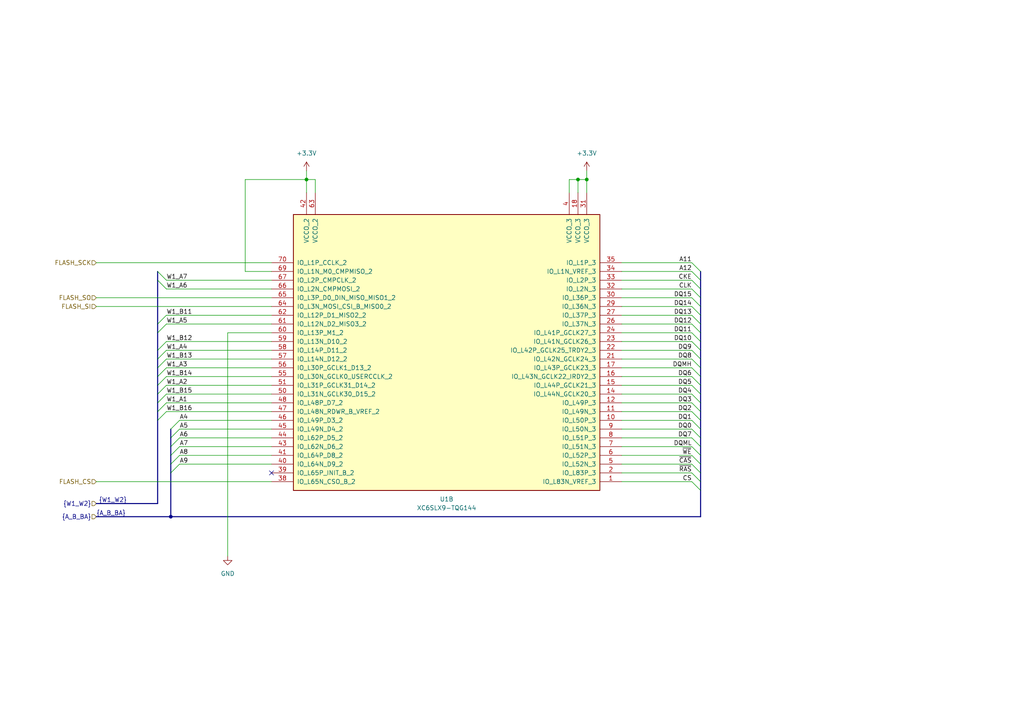
<source format=kicad_sch>
(kicad_sch (version 20230121) (generator eeschema)
  (paper "A4")
  (lib_symbols
    (symbol "FPGA_Xilinx_Spartan6:XC6SLX4-TQG144" (pin_names (offset 1.016))
      (property "Reference" "U" (at 0 1.27 0))
      (property "Value" "XC6SLX4-TQG144" (at 0 -1.27 0))
      (symbol "XC6SLX4-TQG144_1_1"
        (rectangle (start -44.45 36.83) (end 44.45 -43.18) (stroke (width 0.254)) (fill (type background)))
        (pin bidirectional line (at 50.8 12.7 180) (length 6.35) (name "IO_L33P_1") (number "100"))
        (pin bidirectional line (at 50.8 15.24 180) (length 6.35) (name "IO_L32N_1") (number "101"))
        (pin bidirectional line (at 50.8 17.78 180) (length 6.35) (name "IO_L32P_1") (number "102"))
        (pin power_in line (at 40.64 43.18 270) (length 6.35) (name "VCCO_1") (number "103"))
        (pin bidirectional line (at 50.8 20.32 180) (length 6.35) (name "IO_L1N_VREF_1") (number "104"))
        (pin bidirectional line (at 50.8 22.86 180) (length 6.35) (name "IO_L1P_1") (number "105"))
        (pin bidirectional line (at -50.8 -40.64 0) (length 6.35) (name "IO_L66N_SCP0_0") (number "111"))
        (pin bidirectional line (at -50.8 -38.1 0) (length 6.35) (name "IO_L66P_SCP1_0") (number "112"))
        (pin bidirectional line (at -50.8 -35.56 0) (length 6.35) (name "IO_L65N_SCP2_0") (number "114"))
        (pin bidirectional line (at -50.8 -33.02 0) (length 6.35) (name "IO_L65P_SCP3_0") (number "115"))
        (pin bidirectional line (at -50.8 -30.48 0) (length 6.35) (name "IO_L64N_SCP4_0") (number "116"))
        (pin bidirectional line (at -50.8 -27.94 0) (length 6.35) (name "IO_L64P_SCP5_0") (number "117"))
        (pin bidirectional line (at -50.8 -25.4 0) (length 6.35) (name "IO_L63N_SCP6_0") (number "118"))
        (pin bidirectional line (at -50.8 -22.86 0) (length 6.35) (name "IO_L63P_SCP7_0") (number "119"))
        (pin bidirectional line (at -50.8 -20.32 0) (length 6.35) (name "IO_L62N_VREF_0") (number "120"))
        (pin bidirectional line (at -50.8 -17.78 0) (length 6.35) (name "IO_L62P_0") (number "121"))
        (pin power_in line (at -40.64 43.18 270) (length 6.35) (name "VCCO_0") (number "122"))
        (pin bidirectional line (at -50.8 -15.24 0) (length 6.35) (name "IO_L37N_GCLK12_0") (number "123"))
        (pin bidirectional line (at -50.8 -12.7 0) (length 6.35) (name "IO_L37P_GCLK13_0") (number "124"))
        (pin power_in line (at -38.1 43.18 270) (length 6.35) (name "VCCO_0") (number "125"))
        (pin bidirectional line (at -50.8 -10.16 0) (length 6.35) (name "IO_L36N_GCLK14_0") (number "126"))
        (pin bidirectional line (at -50.8 -7.62 0) (length 6.35) (name "IO_L36P_GCLK15_0") (number "127"))
        (pin bidirectional line (at -50.8 -5.08 0) (length 6.35) (name "IO_L35N_GCLK16_0") (number "131"))
        (pin bidirectional line (at -50.8 -2.54 0) (length 6.35) (name "IO_L35P_GCLK17_0") (number "132"))
        (pin bidirectional line (at -50.8 0 0) (length 6.35) (name "IO_L34N_GCLK18_0") (number "133"))
        (pin bidirectional line (at -50.8 2.54 0) (length 6.35) (name "IO_L34P_GCLK19_0") (number "134"))
        (pin power_in line (at -35.56 43.18 270) (length 6.35) (name "VCCO_0") (number "135"))
        (pin bidirectional line (at -50.8 5.08 0) (length 6.35) (name "IO_L4N_0") (number "137"))
        (pin bidirectional line (at -50.8 7.62 0) (length 6.35) (name "IO_L4P_0") (number "138"))
        (pin bidirectional line (at -50.8 10.16 0) (length 6.35) (name "IO_L3N_0") (number "139"))
        (pin bidirectional line (at -50.8 12.7 0) (length 6.35) (name "IO_L3P_0") (number "140"))
        (pin bidirectional line (at -50.8 15.24 0) (length 6.35) (name "IO_L2N_0") (number "141"))
        (pin bidirectional line (at -50.8 17.78 0) (length 6.35) (name "IO_L2P_0") (number "142"))
        (pin bidirectional line (at -50.8 20.32 0) (length 6.35) (name "IO_L1N_VREF_0") (number "143"))
        (pin bidirectional line (at -50.8 22.86 0) (length 6.35) (name "IO_L1P_HSWAPEN_0") (number "144"))
        (pin bidirectional line (at 50.8 -35.56 180) (length 6.35) (name "IO_L74N_DOUT_BUSY_1") (number "74"))
        (pin bidirectional line (at 50.8 -33.02 180) (length 6.35) (name "IO_L74P_AWAKE_1") (number "75"))
        (pin power_in line (at 35.56 43.18 270) (length 6.35) (name "VCCO_1") (number "76"))
        (pin bidirectional line (at 50.8 -30.48 180) (length 6.35) (name "IO_L47N_1") (number "78"))
        (pin bidirectional line (at 50.8 -27.94 180) (length 6.35) (name "IO_L47P_1") (number "79"))
        (pin bidirectional line (at 50.8 -25.4 180) (length 6.35) (name "IO_L46N_1") (number "80"))
        (pin bidirectional line (at 50.8 -22.86 180) (length 6.35) (name "IO_L46P_1") (number "81"))
        (pin bidirectional line (at 50.8 -20.32 180) (length 6.35) (name "IO_L45N_1") (number "82"))
        (pin bidirectional line (at 50.8 -17.78 180) (length 6.35) (name "IO_L45P_1") (number "83"))
        (pin bidirectional line (at 50.8 -15.24 180) (length 6.35) (name "IO_L43N_GCLK4_1") (number "84"))
        (pin bidirectional line (at 50.8 -12.7 180) (length 6.35) (name "IO_L43P_GCLK5_1") (number "85"))
        (pin power_in line (at 38.1 43.18 270) (length 6.35) (name "VCCO_1") (number "86"))
        (pin bidirectional line (at 50.8 -10.16 180) (length 6.35) (name "IO_L42N_GCLK6_TRDY1_1") (number "87"))
        (pin bidirectional line (at 50.8 -7.62 180) (length 6.35) (name "IO_L42P_GCLK7_1") (number "88"))
        (pin bidirectional line (at 50.8 -5.08 180) (length 6.35) (name "IO_L41N_GCLK8_1") (number "92"))
        (pin bidirectional line (at 50.8 -2.54 180) (length 6.35) (name "IO_L41P_GCLK9_IRDY1_1") (number "93"))
        (pin bidirectional line (at 50.8 0 180) (length 6.35) (name "IO_L40N_GCLK10_1") (number "94"))
        (pin bidirectional line (at 50.8 2.54 180) (length 6.35) (name "IO_L40P_GCLK11_1") (number "95"))
        (pin bidirectional line (at 50.8 5.08 180) (length 6.35) (name "IO_L34N_1") (number "97"))
        (pin bidirectional line (at 50.8 7.62 180) (length 6.35) (name "IO_L34P_1") (number "98"))
        (pin bidirectional line (at 50.8 10.16 180) (length 6.35) (name "IO_L33N_1") (number "99"))
      )
      (symbol "XC6SLX4-TQG144_2_1"
        (rectangle (start -44.45 36.83) (end 44.45 -43.18) (stroke (width 0.254)) (fill (type background)))
        (pin bidirectional line (at 50.8 -40.64 180) (length 6.35) (name "IO_L83N_VREF_3") (number "1"))
        (pin bidirectional line (at 50.8 -22.86 180) (length 6.35) (name "IO_L50P_3") (number "10"))
        (pin bidirectional line (at 50.8 -20.32 180) (length 6.35) (name "IO_L49N_3") (number "11"))
        (pin bidirectional line (at 50.8 -17.78 180) (length 6.35) (name "IO_L49P_3") (number "12"))
        (pin bidirectional line (at 50.8 -15.24 180) (length 6.35) (name "IO_L44N_GCLK20_3") (number "14"))
        (pin bidirectional line (at 50.8 -12.7 180) (length 6.35) (name "IO_L44P_GCLK21_3") (number "15"))
        (pin bidirectional line (at 50.8 -10.16 180) (length 6.35) (name "IO_L43N_GCLK22_IRDY2_3") (number "16"))
        (pin bidirectional line (at 50.8 -7.62 180) (length 6.35) (name "IO_L43P_GCLK23_3") (number "17"))
        (pin power_in line (at 38.1 43.18 270) (length 6.35) (name "VCCO_3") (number "18"))
        (pin bidirectional line (at 50.8 -38.1 180) (length 6.35) (name "IO_L83P_3") (number "2"))
        (pin bidirectional line (at 50.8 -5.08 180) (length 6.35) (name "IO_L42N_GCLK24_3") (number "21"))
        (pin bidirectional line (at 50.8 -2.54 180) (length 6.35) (name "IO_L42P_GCLK25_TRDY2_3") (number "22"))
        (pin bidirectional line (at 50.8 0 180) (length 6.35) (name "IO_L41N_GCLK26_3") (number "23"))
        (pin bidirectional line (at 50.8 2.54 180) (length 6.35) (name "IO_L41P_GCLK27_3") (number "24"))
        (pin bidirectional line (at 50.8 5.08 180) (length 6.35) (name "IO_L37N_3") (number "26"))
        (pin bidirectional line (at 50.8 7.62 180) (length 6.35) (name "IO_L37P_3") (number "27"))
        (pin bidirectional line (at 50.8 10.16 180) (length 6.35) (name "IO_L36N_3") (number "29"))
        (pin bidirectional line (at 50.8 12.7 180) (length 6.35) (name "IO_L36P_3") (number "30"))
        (pin power_in line (at 40.64 43.18 270) (length 6.35) (name "VCCO_3") (number "31"))
        (pin bidirectional line (at 50.8 15.24 180) (length 6.35) (name "IO_L2N_3") (number "32"))
        (pin bidirectional line (at 50.8 17.78 180) (length 6.35) (name "IO_L2P_3") (number "33"))
        (pin bidirectional line (at 50.8 20.32 180) (length 6.35) (name "IO_L1N_VREF_3") (number "34"))
        (pin bidirectional line (at 50.8 22.86 180) (length 6.35) (name "IO_L1P_3") (number "35"))
        (pin bidirectional line (at -50.8 -40.64 0) (length 6.35) (name "IO_L65N_CSO_B_2") (number "38"))
        (pin bidirectional line (at -50.8 -38.1 0) (length 6.35) (name "IO_L65P_INIT_B_2") (number "39"))
        (pin power_in line (at 35.56 43.18 270) (length 6.35) (name "VCCO_3") (number "4"))
        (pin bidirectional line (at -50.8 -35.56 0) (length 6.35) (name "IO_L64N_D9_2") (number "40"))
        (pin bidirectional line (at -50.8 -33.02 0) (length 6.35) (name "IO_L64P_D8_2") (number "41"))
        (pin power_in line (at -40.64 43.18 270) (length 6.35) (name "VCCO_2") (number "42"))
        (pin bidirectional line (at -50.8 -30.48 0) (length 6.35) (name "IO_L62N_D6_2") (number "43"))
        (pin bidirectional line (at -50.8 -27.94 0) (length 6.35) (name "IO_L62P_D5_2") (number "44"))
        (pin bidirectional line (at -50.8 -25.4 0) (length 6.35) (name "IO_L49N_D4_2") (number "45"))
        (pin bidirectional line (at -50.8 -22.86 0) (length 6.35) (name "IO_L49P_D3_2") (number "46"))
        (pin bidirectional line (at -50.8 -20.32 0) (length 6.35) (name "IO_L48N_RDWR_B_VREF_2") (number "47"))
        (pin bidirectional line (at -50.8 -17.78 0) (length 6.35) (name "IO_L48P_D7_2") (number "48"))
        (pin bidirectional line (at 50.8 -35.56 180) (length 6.35) (name "IO_L52N_3") (number "5"))
        (pin bidirectional line (at -50.8 -15.24 0) (length 6.35) (name "IO_L31N_GCLK30_D15_2") (number "50"))
        (pin bidirectional line (at -50.8 -12.7 0) (length 6.35) (name "IO_L31P_GCLK31_D14_2") (number "51"))
        (pin bidirectional line (at -50.8 -10.16 0) (length 6.35) (name "IO_L30N_GCLK0_USERCCLK_2") (number "55"))
        (pin bidirectional line (at -50.8 -7.62 0) (length 6.35) (name "IO_L30P_GCLK1_D13_2") (number "56"))
        (pin bidirectional line (at -50.8 -5.08 0) (length 6.35) (name "IO_L14N_D12_2") (number "57"))
        (pin bidirectional line (at -50.8 -2.54 0) (length 6.35) (name "IO_L14P_D11_2") (number "58"))
        (pin bidirectional line (at -50.8 0 0) (length 6.35) (name "IO_L13N_D10_2") (number "59"))
        (pin bidirectional line (at 50.8 -33.02 180) (length 6.35) (name "IO_L52P_3") (number "6"))
        (pin bidirectional line (at -50.8 2.54 0) (length 6.35) (name "IO_L13P_M1_2") (number "60"))
        (pin bidirectional line (at -50.8 5.08 0) (length 6.35) (name "IO_L12N_D2_MISO3_2") (number "61"))
        (pin bidirectional line (at -50.8 7.62 0) (length 6.35) (name "IO_L12P_D1_MISO2_2") (number "62"))
        (pin power_in line (at -38.1 43.18 270) (length 6.35) (name "VCCO_2") (number "63"))
        (pin bidirectional line (at -50.8 10.16 0) (length 6.35) (name "IO_L3N_MOSI_CSI_B_MISO0_2") (number "64"))
        (pin bidirectional line (at -50.8 12.7 0) (length 6.35) (name "IO_L3P_D0_DIN_MISO_MISO1_2") (number "65"))
        (pin bidirectional line (at -50.8 15.24 0) (length 6.35) (name "IO_L2N_CMPMOSI_2") (number "66"))
        (pin bidirectional line (at -50.8 17.78 0) (length 6.35) (name "IO_L2P_CMPCLK_2") (number "67"))
        (pin bidirectional line (at -50.8 20.32 0) (length 6.35) (name "IO_L1N_M0_CMPMISO_2") (number "69"))
        (pin bidirectional line (at 50.8 -30.48 180) (length 6.35) (name "IO_L51N_3") (number "7"))
        (pin bidirectional line (at -50.8 22.86 0) (length 6.35) (name "IO_L1P_CCLK_2") (number "70"))
        (pin bidirectional line (at 50.8 -27.94 180) (length 6.35) (name "IO_L51P_3") (number "8"))
        (pin bidirectional line (at 50.8 -25.4 180) (length 6.35) (name "IO_L50N_3") (number "9"))
      )
      (symbol "XC6SLX4-TQG144_3_1"
        (rectangle (start -31.75 15.24) (end 31.75 -15.24) (stroke (width 0.254)) (fill (type background)))
        (pin bidirectional line (at 38.1 10.16 180) (length 6.35) (name "TDO") (number "106"))
        (pin bidirectional line (at 38.1 7.62 180) (length 6.35) (name "TMS") (number "107"))
        (pin bidirectional line (at 38.1 5.08 180) (length 6.35) (name "TCK") (number "109"))
        (pin bidirectional line (at 38.1 12.7 180) (length 6.35) (name "TDI") (number "110"))
        (pin bidirectional line (at 38.1 -2.54 180) (length 6.35) (name "PROGRAM_B_2") (number "37"))
        (pin bidirectional line (at 38.1 0 180) (length 6.35) (name "DONE_2") (number "71"))
        (pin bidirectional line (at 38.1 -12.7 180) (length 6.35) (name "CMPCS_B_2") (number "72"))
        (pin bidirectional line (at 38.1 -7.62 180) (length 6.35) (name "SUSPEND") (number "73"))
      )
      (symbol "XC6SLX4-TQG144_4_1"
        (rectangle (start -19.05 17.78) (end 19.05 -17.78) (stroke (width 0.254)) (fill (type background)))
        (pin power_in line (at 25.4 -7.62 180) (length 6.35) (name "GND") (number "108"))
        (pin power_in line (at 25.4 -10.16 180) (length 6.35) (name "GND") (number "113"))
        (pin power_in line (at 25.4 5.08 180) (length 6.35) (name "VCCINT") (number "128"))
        (pin power_in line (at -25.4 5.08 0) (length 6.35) (name "VCCAUX") (number "129"))
        (pin power_in line (at -25.4 -2.54 0) (length 6.35) (name "GND") (number "13"))
        (pin power_in line (at 25.4 -12.7 180) (length 6.35) (name "GND") (number "130"))
        (pin power_in line (at 25.4 -15.24 180) (length 6.35) (name "GND") (number "136"))
        (pin power_in line (at 25.4 15.24 180) (length 6.35) (name "VCCINT") (number "19"))
        (pin power_in line (at -25.4 15.24 0) (length 6.35) (name "VCCAUX") (number "20"))
        (pin power_in line (at -25.4 -5.08 0) (length 6.35) (name "GND") (number "25"))
        (pin power_in line (at 25.4 12.7 180) (length 6.35) (name "VCCINT") (number "28"))
        (pin power_in line (at -25.4 0 0) (length 6.35) (name "GND") (number "3"))
        (pin power_in line (at -25.4 12.7 0) (length 6.35) (name "VCCAUX") (number "36"))
        (pin power_in line (at -25.4 -7.62 0) (length 6.35) (name "GND") (number "49"))
        (pin power_in line (at 25.4 10.16 180) (length 6.35) (name "VCCINT") (number "52"))
        (pin power_in line (at -25.4 10.16 0) (length 6.35) (name "VCCAUX") (number "53"))
        (pin power_in line (at -25.4 -10.16 0) (length 6.35) (name "GND") (number "54"))
        (pin power_in line (at -25.4 -12.7 0) (length 6.35) (name "GND") (number "68"))
        (pin power_in line (at -25.4 -15.24 0) (length 6.35) (name "GND") (number "77"))
        (pin power_in line (at 25.4 7.62 180) (length 6.35) (name "VCCINT") (number "89"))
        (pin power_in line (at -25.4 7.62 0) (length 6.35) (name "VCCAUX") (number "90"))
        (pin power_in line (at 25.4 -2.54 180) (length 6.35) (name "GND") (number "91"))
        (pin power_in line (at 25.4 -5.08 180) (length 6.35) (name "GND") (number "96"))
      )
    )
    (symbol "power:+3.3V" (power) (pin_names (offset 0))
      (property "Value" "+3.3V" (at 0 3.556 0))
      (symbol "+3.3V_0_1"
        (polyline (pts (xy -0.762 1.27) (xy 0 2.54)))
        (polyline (pts (xy 0 0) (xy 0 2.54)))
        (polyline (pts (xy 0 2.54) (xy 0.762 1.27)))
      )
      (symbol "+3.3V_1_1"
        (pin power_in line (at 0 0 90) (length 0) hide (name "+3.3V") (number "1"))
      )
    )
    (symbol "power:GND" (power) (pin_names (offset 0))
      (property "Value" "GND" (at 0 -3.81 0))
      (symbol "GND_0_1"
        (polyline (pts (xy 0 0) (xy 0 -1.27) (xy 1.27 -1.27) (xy 0 -2.54) (xy -1.27 -1.27) (xy 0 -1.27)))
      )
      (symbol "GND_1_1"
        (pin power_in line (at 0 0 270) (length 0) hide (name "GND") (number "1"))
      )
    )
  )
  (junction (at 49.53 149.86))
  (junction (at 170.18 52.07))
  (junction (at 167.64 52.07))
  (junction (at 88.9 52.07))
  (no_connect (at 78.74 137.16))
  (bus_entry (at 203.2 91.44) (size -2.54 -2.54))
  (bus_entry (at 45.72 116.84) (size 2.54 -2.54))
  (bus_entry (at 203.2 121.92) (size -2.54 -2.54))
  (bus_entry (at 45.72 78.74) (size 2.54 2.54))
  (bus_entry (at 49.53 129.54) (size 2.54 -2.54))
  (bus_entry (at 203.2 124.46) (size -2.54 -2.54))
  (bus_entry (at 203.2 99.06) (size -2.54 -2.54))
  (bus_entry (at 49.53 134.62) (size 2.54 -2.54))
  (bus_entry (at 49.53 137.16) (size 2.54 -2.54))
  (bus_entry (at 49.53 132.08) (size 2.54 -2.54))
  (bus_entry (at 203.2 88.9) (size -2.54 -2.54))
  (bus_entry (at 45.72 104.14) (size 2.54 -2.54))
  (bus_entry (at 203.2 83.82) (size -2.54 -2.54))
  (bus_entry (at 49.53 124.46) (size 2.54 -2.54))
  (bus_entry (at 203.2 78.74) (size -2.54 -2.54))
  (bus_entry (at 203.2 119.38) (size -2.54 -2.54))
  (bus_entry (at 203.2 137.16) (size -2.54 -2.54))
  (bus_entry (at 45.72 111.76) (size 2.54 -2.54))
  (bus_entry (at 203.2 106.68) (size -2.54 -2.54))
  (bus_entry (at 45.72 96.52) (size 2.54 -2.54))
  (bus_entry (at 45.72 119.38) (size 2.54 -2.54))
  (bus_entry (at 203.2 101.6) (size -2.54 -2.54))
  (bus_entry (at 203.2 129.54) (size -2.54 -2.54))
  (bus_entry (at 203.2 81.28) (size -2.54 -2.54))
  (bus_entry (at 49.53 127) (size 2.54 -2.54))
  (bus_entry (at 203.2 96.52) (size -2.54 -2.54))
  (bus_entry (at 45.72 109.22) (size 2.54 -2.54))
  (bus_entry (at 45.72 93.98) (size 2.54 -2.54))
  (bus_entry (at 203.2 93.98) (size -2.54 -2.54))
  (bus_entry (at 203.2 114.3) (size -2.54 -2.54))
  (bus_entry (at 45.72 121.92) (size 2.54 -2.54))
  (bus_entry (at 203.2 104.14) (size -2.54 -2.54))
  (bus_entry (at 203.2 86.36) (size -2.54 -2.54))
  (bus_entry (at 203.2 109.22) (size -2.54 -2.54))
  (bus_entry (at 45.72 106.68) (size 2.54 -2.54))
  (bus_entry (at 203.2 134.62) (size -2.54 -2.54))
  (bus_entry (at 203.2 142.24) (size -2.54 -2.54))
  (bus_entry (at 45.72 101.6) (size 2.54 -2.54))
  (bus_entry (at 45.72 114.3) (size 2.54 -2.54))
  (bus_entry (at 203.2 111.76) (size -2.54 -2.54))
  (bus_entry (at 203.2 116.84) (size -2.54 -2.54))
  (bus_entry (at 203.2 127) (size -2.54 -2.54))
  (bus_entry (at 45.72 81.28) (size 2.54 2.54))
  (bus_entry (at 203.2 132.08) (size -2.54 -2.54))
  (bus_entry (at 203.2 139.7) (size -2.54 -2.54))
  (bus (pts (xy 203.2 127) (xy 203.2 129.54)))
  (bus (pts (xy 45.72 93.98) (xy 45.72 96.52)))
  (wire (pts (xy 180.34 111.76) (xy 200.66 111.76)))
  (bus (pts (xy 203.2 114.3) (xy 203.2 116.84)))
  (bus (pts (xy 45.72 78.74) (xy 45.72 81.28)))
  (wire (pts (xy 180.34 124.46) (xy 200.66 124.46)))
  (wire (pts (xy 91.44 52.07) (xy 88.9 52.07)))
  (wire (pts (xy 180.34 78.74) (xy 200.66 78.74)))
  (bus (pts (xy 27.94 146.05) (xy 45.72 146.05)))
  (bus (pts (xy 203.2 134.62) (xy 203.2 137.16)))
  (bus (pts (xy 49.53 134.62) (xy 49.53 137.16)))
  (wire (pts (xy 180.34 114.3) (xy 200.66 114.3)))
  (wire (pts (xy 88.9 52.07) (xy 88.9 55.88)))
  (bus (pts (xy 203.2 119.38) (xy 203.2 121.92)))
  (wire (pts (xy 180.34 91.44) (xy 200.66 91.44)))
  (wire (pts (xy 180.34 132.08) (xy 200.66 132.08)))
  (wire (pts (xy 66.04 96.52) (xy 78.74 96.52)))
  (wire (pts (xy 71.12 78.74) (xy 71.12 52.07)))
  (wire (pts (xy 170.18 49.53) (xy 170.18 52.07)))
  (bus (pts (xy 203.2 109.22) (xy 203.2 111.76)))
  (wire (pts (xy 52.07 129.54) (xy 78.74 129.54)))
  (bus (pts (xy 203.2 91.44) (xy 203.2 93.98)))
  (wire (pts (xy 180.34 129.54) (xy 200.66 129.54)))
  (wire (pts (xy 180.34 137.16) (xy 200.66 137.16)))
  (bus (pts (xy 45.72 106.68) (xy 45.72 109.22)))
  (bus (pts (xy 49.53 127) (xy 49.53 129.54)))
  (wire (pts (xy 66.04 96.52) (xy 66.04 161.29)))
  (bus (pts (xy 49.53 129.54) (xy 49.53 132.08)))
  (bus (pts (xy 203.2 99.06) (xy 203.2 101.6)))
  (wire (pts (xy 180.34 104.14) (xy 200.66 104.14)))
  (bus (pts (xy 49.53 124.46) (xy 49.53 127)))
  (wire (pts (xy 48.26 111.76) (xy 78.74 111.76)))
  (bus (pts (xy 203.2 129.54) (xy 203.2 132.08)))
  (bus (pts (xy 203.2 93.98) (xy 203.2 96.52)))
  (bus (pts (xy 203.2 132.08) (xy 203.2 134.62)))
  (bus (pts (xy 45.72 121.92) (xy 45.72 146.05)))
  (wire (pts (xy 27.94 76.2) (xy 78.74 76.2)))
  (bus (pts (xy 203.2 121.92) (xy 203.2 124.46)))
  (wire (pts (xy 48.26 93.98) (xy 78.74 93.98)))
  (wire (pts (xy 48.26 91.44) (xy 78.74 91.44)))
  (bus (pts (xy 203.2 96.52) (xy 203.2 99.06)))
  (bus (pts (xy 49.53 132.08) (xy 49.53 134.62)))
  (wire (pts (xy 180.34 119.38) (xy 200.66 119.38)))
  (wire (pts (xy 48.26 109.22) (xy 78.74 109.22)))
  (bus (pts (xy 203.2 78.74) (xy 203.2 81.28)))
  (wire (pts (xy 180.34 121.92) (xy 200.66 121.92)))
  (wire (pts (xy 88.9 52.07) (xy 88.9 49.53)))
  (bus (pts (xy 203.2 124.46) (xy 203.2 127)))
  (wire (pts (xy 180.34 139.7) (xy 200.66 139.7)))
  (wire (pts (xy 180.34 76.2) (xy 200.66 76.2)))
  (wire (pts (xy 180.34 96.52) (xy 200.66 96.52)))
  (wire (pts (xy 52.07 134.62) (xy 78.74 134.62)))
  (bus (pts (xy 203.2 142.24) (xy 203.2 149.86)))
  (wire (pts (xy 180.34 127) (xy 200.66 127)))
  (wire (pts (xy 180.34 116.84) (xy 200.66 116.84)))
  (bus (pts (xy 203.2 104.14) (xy 203.2 106.68)))
  (wire (pts (xy 180.34 88.9) (xy 200.66 88.9)))
  (bus (pts (xy 45.72 119.38) (xy 45.72 121.92)))
  (bus (pts (xy 203.2 139.7) (xy 203.2 142.24)))
  (wire (pts (xy 48.26 116.84) (xy 78.74 116.84)))
  (wire (pts (xy 48.26 101.6) (xy 78.74 101.6)))
  (wire (pts (xy 48.26 83.82) (xy 78.74 83.82)))
  (wire (pts (xy 180.34 86.36) (xy 200.66 86.36)))
  (bus (pts (xy 45.72 114.3) (xy 45.72 116.84)))
  (wire (pts (xy 48.26 99.06) (xy 78.74 99.06)))
  (bus (pts (xy 203.2 116.84) (xy 203.2 119.38)))
  (bus (pts (xy 203.2 111.76) (xy 203.2 114.3)))
  (bus (pts (xy 49.53 149.86) (xy 203.2 149.86)))
  (wire (pts (xy 180.34 134.62) (xy 200.66 134.62)))
  (bus (pts (xy 203.2 83.82) (xy 203.2 86.36)))
  (wire (pts (xy 27.94 88.9) (xy 78.74 88.9)))
  (bus (pts (xy 45.72 111.76) (xy 45.72 114.3)))
  (wire (pts (xy 52.07 132.08) (xy 78.74 132.08)))
  (wire (pts (xy 167.64 52.07) (xy 170.18 52.07)))
  (wire (pts (xy 27.94 139.7) (xy 78.74 139.7)))
  (wire (pts (xy 167.64 52.07) (xy 167.64 55.88)))
  (wire (pts (xy 52.07 127) (xy 78.74 127)))
  (bus (pts (xy 45.72 116.84) (xy 45.72 119.38)))
  (wire (pts (xy 78.74 78.74) (xy 71.12 78.74)))
  (bus (pts (xy 45.72 81.28) (xy 45.72 93.98)))
  (wire (pts (xy 180.34 81.28) (xy 200.66 81.28)))
  (bus (pts (xy 203.2 86.36) (xy 203.2 88.9)))
  (wire (pts (xy 27.94 86.36) (xy 78.74 86.36)))
  (wire (pts (xy 48.26 119.38) (xy 78.74 119.38)))
  (bus (pts (xy 203.2 106.68) (xy 203.2 109.22)))
  (wire (pts (xy 52.07 124.46) (xy 78.74 124.46)))
  (bus (pts (xy 49.53 137.16) (xy 49.53 149.86)))
  (wire (pts (xy 165.1 55.88) (xy 165.1 52.07)))
  (wire (pts (xy 180.34 106.68) (xy 200.66 106.68)))
  (wire (pts (xy 180.34 101.6) (xy 200.66 101.6)))
  (bus (pts (xy 45.72 96.52) (xy 45.72 101.6)))
  (bus (pts (xy 45.72 104.14) (xy 45.72 106.68)))
  (wire (pts (xy 170.18 52.07) (xy 170.18 55.88)))
  (wire (pts (xy 91.44 55.88) (xy 91.44 52.07)))
  (wire (pts (xy 165.1 52.07) (xy 167.64 52.07)))
  (bus (pts (xy 45.72 101.6) (xy 45.72 104.14)))
  (wire (pts (xy 180.34 93.98) (xy 200.66 93.98)))
  (wire (pts (xy 48.26 81.28) (xy 78.74 81.28)))
  (wire (pts (xy 48.26 114.3) (xy 78.74 114.3)))
  (bus (pts (xy 203.2 88.9) (xy 203.2 91.44)))
  (bus (pts (xy 203.2 81.28) (xy 203.2 83.82)))
  (wire (pts (xy 180.34 83.82) (xy 200.66 83.82)))
  (wire (pts (xy 71.12 52.07) (xy 88.9 52.07)))
  (bus (pts (xy 27.94 149.86) (xy 49.53 149.86)))
  (wire (pts (xy 180.34 99.06) (xy 200.66 99.06)))
  (bus (pts (xy 203.2 101.6) (xy 203.2 104.14)))
  (wire (pts (xy 48.26 106.68) (xy 78.74 106.68)))
  (wire (pts (xy 52.07 121.92) (xy 78.74 121.92)))
  (bus (pts (xy 203.2 137.16) (xy 203.2 139.7)))
  (wire (pts (xy 48.26 104.14) (xy 78.74 104.14)))
  (bus (pts (xy 45.72 109.22) (xy 45.72 111.76)))
  (wire (pts (xy 180.34 109.22) (xy 200.66 109.22)))
  (label "DQ1" (at 200.66 121.92 180))
  (label "DQ7" (at 200.66 127 180))
  (label "DQ15" (at 200.66 86.36 180))
  (label "CLK" (at 200.66 83.82 180))
  (label "DQ10" (at 200.66 99.06 180))
  (label "DQ8" (at 200.66 104.14 180))
  (label "W1_A7" (at 48.26 81.28 0))
  (label "DQ3" (at 200.66 116.84 180))
  (label "~{WE}" (at 200.66 132.08 180))
  (label "A11" (at 200.66 76.2 180))
  (label "W1_B13" (at 48.26 104.14 0))
  (label "CS" (at 200.66 139.7 180))
  (label "DQ12" (at 200.66 93.98 180))
  (label "W1_A5" (at 48.26 93.98 0))
  (label "A12" (at 200.66 78.74 180))
  (label "A5" (at 52.07 124.46 0))
  (label "W1_A1" (at 48.26 116.84 0))
  (label "DQ0" (at 200.66 124.46 180))
  (label "W1_A6" (at 48.26 83.82 0))
  (label "W1_B14" (at 48.26 109.22 0))
  (label "W1_A2" (at 48.26 111.76 0))
  (label "DQML" (at 200.66 129.54 180))
  (label "~{CAS}" (at 200.66 134.62 180))
  (label "DQ2" (at 200.66 119.38 180))
  (label "W1_B12" (at 48.26 99.06 0))
  (label "A7" (at 52.07 129.54 0))
  (label "DQ9" (at 200.66 101.6 180))
  (label "DQ5" (at 200.66 111.76 180))
  (label "A6" (at 52.07 127 0))
  (label "A9" (at 52.07 134.62 0))
  (label "W1_A4" (at 48.26 101.6 0))
  (label "~{RAS}" (at 200.66 137.16 180))
  (label "DQ11" (at 200.66 96.52 180))
  (label "W1_A3" (at 48.26 106.68 0))
  (label "DQ4" (at 200.66 114.3 180))
  (label "DQ13" (at 200.66 91.44 180))
  (label "W1_B16" (at 48.26 119.38 0))
  (label "CKE" (at 200.66 81.28 180))
  (label "DQ14" (at 200.66 88.9 180))
  (label "DQ6" (at 200.66 109.22 180))
  (label "{W1_W2}" (at 36.83 146.05 180))
  (label "A4" (at 52.07 121.92 0))
  (label "W1_B15" (at 48.26 114.3 0))
  (label "DQMH" (at 200.66 106.68 180))
  (label "W1_B11" (at 48.26 91.44 0))
  (label "A8" (at 52.07 132.08 0))
  (label "{A_B_BA}" (at 27.94 149.86 0))
  (hierarchical_label "{W1_W2}" (shape input) (at 27.94 146.05 180))
  (hierarchical_label "FLASH_SI" (shape input) (at 27.94 88.9 180))
  (hierarchical_label "FLASH_SO" (shape input) (at 27.94 86.36 180))
  (hierarchical_label "FLASH_CS" (shape input) (at 27.94 139.7 180))
  (hierarchical_label "{A_B_BA}" (shape input) (at 27.94 149.86 180))
  (hierarchical_label "FLASH_SCK" (shape input) (at 27.94 76.2 180))
  (symbol (lib_id "power:GND") (at 66.04 161.29 0) (unit 1)
    (property "Reference" "#PWR023" (effects hide))
    (property "Value" "GND" (at 66.04 166.37 0))
  )
  (symbol (lib_id "FPGA_Xilinx_Spartan6:XC6SLX4-TQG144") (at 129.54 99.06 0) (unit 2)
    (property "Reference" "U1" (at 129.54 144.78 0))
    (property "Value" "XC6SLX9-TQG144" (at 129.54 147.32 0))
    (property "Footprint" "Package_QFP:LQFP-144_20x20mm_P0.5mm" (effects hide))
    (instances (project "papilio_pro_MKIV" (path "" (reference "U1") (unit 2)) (path "" (reference "U3") (unit 2))))
  )
  (symbol (lib_id "power:+3.3V") (at 170.18 49.53 0) (unit 1)
    (property "Reference" "#PWR025" (effects hide))
    (property "Value" "+3.3V" (at 170.18 44.45 0))
  )
  (symbol (lib_id "power:+3.3V") (at 88.9 49.53 0) (unit 1)
    (property "Reference" "#PWR024" (effects hide))
    (property "Value" "+3.3V" (at 88.9 44.45 0))
  )
)
</source>
